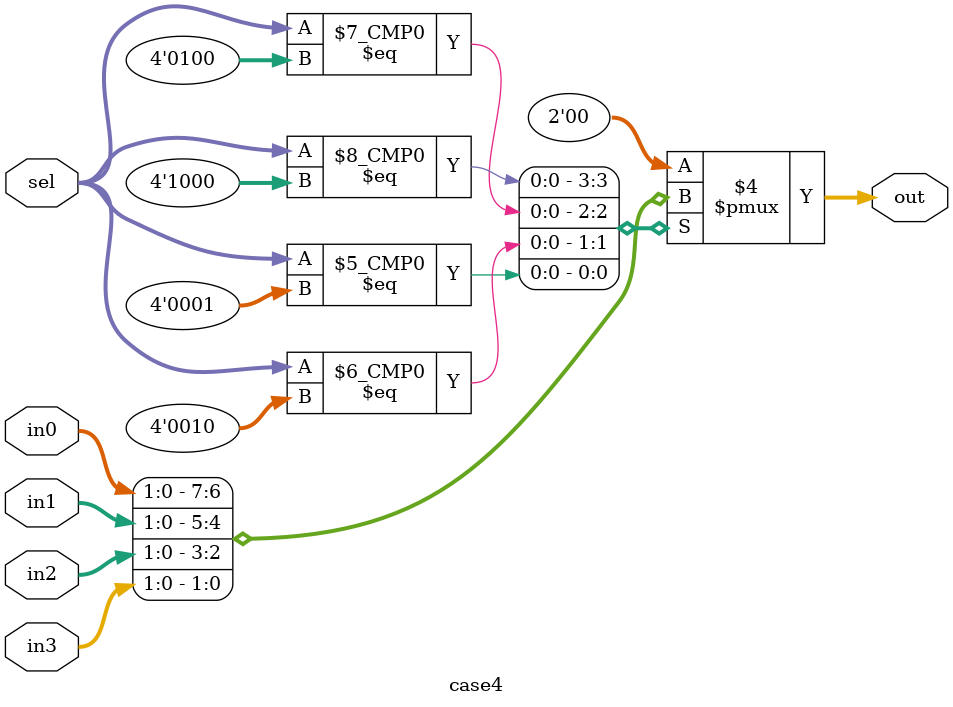
<source format=sv>
module case4 
(
input [3:0] sel,
input [1:0] in0, in1, in2, in3,
output logic [1:0] out
);
always_comb
begin
	out = 0;
	case(sel)
		4'b1000: out = in0;
		4'b0100: out = in1;
		4'b0010: out = in2;
		4'b0001: out = in3;
		4'b0000: ;
		default: $display("Unknown_4case_in");
	endcase
end
endmodule : case4

</source>
